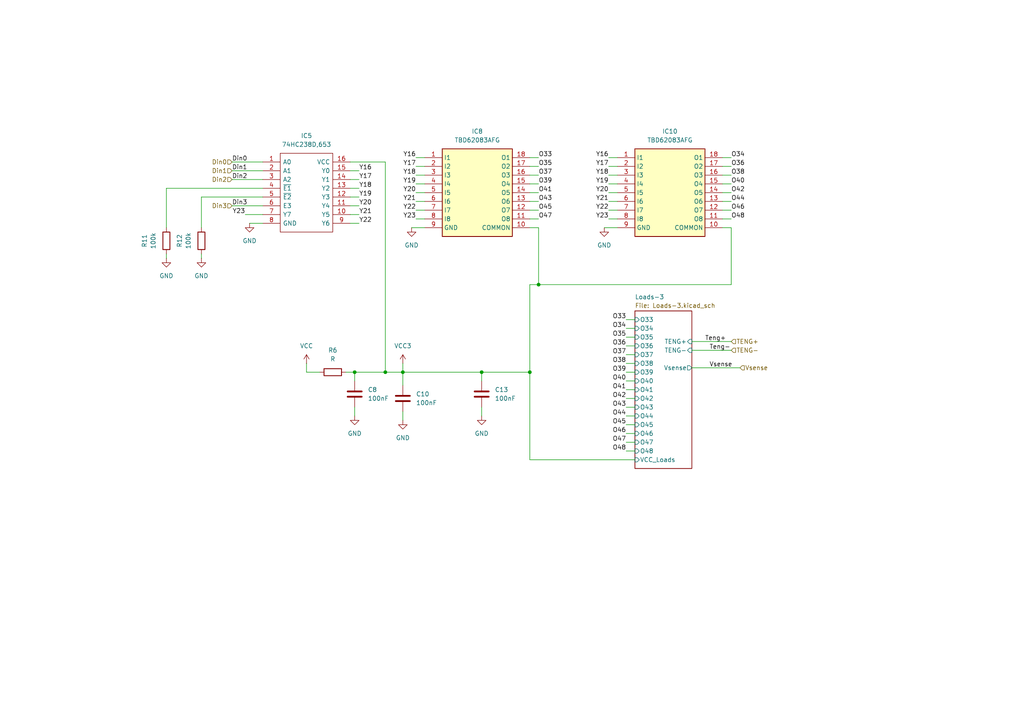
<source format=kicad_sch>
(kicad_sch (version 20231120) (generator "eeschema") (generator_version "8.0")
  (paper "A4")
  (lib_symbols
    (symbol "4xxx_IEEE:74HC238D,653" (pin_names (offset 0.762))
      (property "Reference" "IC" (at 21.59 7.62 0))
      (property "Value" "74HC238D,653" (at 21.59 5.08 0))
      (symbol "74HC238D,653_0_0"
        (pin passive line (at 0 0 0) (length 5.08) (name "A0") (number "1"))
        (pin passive line (at 25.4 -15.24 180) (length 5.08) (name "Y5") (number "10"))
        (pin passive line (at 25.4 -12.7 180) (length 5.08) (name "Y4") (number "11"))
        (pin passive line (at 25.4 -10.16 180) (length 5.08) (name "Y3") (number "12"))
        (pin passive line (at 25.4 -7.62 180) (length 5.08) (name "Y2") (number "13"))
        (pin passive line (at 25.4 -5.08 180) (length 5.08) (name "Y1") (number "14"))
        (pin passive line (at 25.4 -2.54 180) (length 5.08) (name "Y0") (number "15"))
        (pin passive line (at 25.4 0 180) (length 5.08) (name "VCC") (number "16"))
        (pin passive line (at 0 -2.54 0) (length 5.08) (name "A1") (number "2"))
        (pin passive line (at 0 -5.08 0) (length 5.08) (name "A2") (number "3"))
        (pin passive line (at 0 -7.62 0) (length 5.08) (name "~{E1}") (number "4"))
        (pin passive line (at 0 -10.16 0) (length 5.08) (name "~{E2}") (number "5"))
        (pin passive line (at 0 -12.7 0) (length 5.08) (name "E3") (number "6"))
        (pin passive line (at 0 -15.24 0) (length 5.08) (name "Y7") (number "7"))
        (pin passive line (at 0 -17.78 0) (length 5.08) (name "GND") (number "8"))
        (pin passive line (at 25.4 -17.78 180) (length 5.08) (name "Y6") (number "9"))
      )
      (symbol "74HC238D,653_0_1"
        (polyline (pts (xy 5.08 2.54) (xy 20.32 2.54) (xy 20.32 -20.32) (xy 5.08 -20.32) (xy 5.08 2.54)) (stroke (width 0.1524)))
      )
    )
    (symbol "Device:C" (pin_numbers hide) (pin_names (offset 0.254))
      (property "Reference" "C" (at 0.635 2.54 0))
      (property "Value" "C" (at 0.635 -2.54 0))
      (symbol "C_0_1"
        (polyline (pts (xy -2.032 -0.762) (xy 2.032 -0.762)) (stroke (width 0.508)))
        (polyline (pts (xy -2.032 0.762) (xy 2.032 0.762)) (stroke (width 0.508)))
      )
      (symbol "C_1_1"
        (pin passive line (at 0 3.81 270) (length 2.794) (name "~") (number "1"))
        (pin passive line (at 0 -3.81 90) (length 2.794) (name "~") (number "2"))
      )
    )
    (symbol "Device:R" (pin_numbers hide) (pin_names (offset 0))
      (property "Reference" "R" (at 2.032 0 90))
      (property "Value" "R" (at 0 0 90))
      (symbol "R_0_1"
        (rectangle (start -1.016 -2.54) (end 1.016 2.54) (stroke (width 0.254)))
      )
      (symbol "R_1_1"
        (pin passive line (at 0 3.81 270) (length 1.27) (name "~") (number "1"))
        (pin passive line (at 0 -3.81 90) (length 1.27) (name "~") (number "2"))
      )
    )
    (symbol "SamacSys_Parts:TD62083AFGNEL"
      (property "Reference" "IC" (at 26.67 7.62 0))
      (property "Value" "TD62083AFGNEL" (at 26.67 5.08 0))
      (symbol "TD62083AFGNEL_1_1"
        (rectangle (start 5.08 2.54) (end 25.4 -22.86) (stroke (width 0.254)) (fill (type background)))
        (pin passive line (at 0 0 0) (length 5.08) (name "I1") (number "1"))
        (pin passive line (at 30.48 -20.32 180) (length 5.08) (name "COMMON") (number "10"))
        (pin passive line (at 30.48 -17.78 180) (length 5.08) (name "O8") (number "11"))
        (pin passive line (at 30.48 -15.24 180) (length 5.08) (name "O7") (number "12"))
        (pin passive line (at 30.48 -12.7 180) (length 5.08) (name "O6") (number "13"))
        (pin passive line (at 30.48 -10.16 180) (length 5.08) (name "O5") (number "14"))
        (pin passive line (at 30.48 -7.62 180) (length 5.08) (name "O4") (number "15"))
        (pin passive line (at 30.48 -5.08 180) (length 5.08) (name "O3") (number "16"))
        (pin passive line (at 30.48 -2.54 180) (length 5.08) (name "O2") (number "17"))
        (pin passive line (at 30.48 0 180) (length 5.08) (name "O1") (number "18"))
        (pin passive line (at 0 -2.54 0) (length 5.08) (name "I2") (number "2"))
        (pin passive line (at 0 -5.08 0) (length 5.08) (name "I3") (number "3"))
        (pin passive line (at 0 -7.62 0) (length 5.08) (name "I4") (number "4"))
        (pin passive line (at 0 -10.16 0) (length 5.08) (name "I5") (number "5"))
        (pin passive line (at 0 -12.7 0) (length 5.08) (name "I6") (number "6"))
        (pin passive line (at 0 -15.24 0) (length 5.08) (name "I7") (number "7"))
        (pin passive line (at 0 -17.78 0) (length 5.08) (name "I8") (number "8"))
        (pin passive line (at 0 -20.32 0) (length 5.08) (name "GND") (number "9"))
      )
    )
    (symbol "power:GND" (power) (pin_numbers hide) (pin_names (offset 0) hide)
      (property "Value" "GND" (at 0 -3.81 0))
      (symbol "GND_0_1"
        (polyline (pts (xy 0 0) (xy 0 -1.27) (xy 1.27 -1.27) (xy 0 -2.54) (xy -1.27 -1.27) (xy 0 -1.27)))
      )
      (symbol "GND_1_1"
        (pin power_in line (at 0 0 270) (length 0) (name "~") (number "1"))
      )
    )
    (symbol "power:VCC" (power) (pin_numbers hide) (pin_names (offset 0) hide)
      (property "Value" "VCC" (at 0 3.556 0))
      (symbol "VCC_0_1"
        (polyline (pts (xy -0.762 1.27) (xy 0 2.54)))
        (polyline (pts (xy 0 0) (xy 0 2.54)))
        (polyline (pts (xy 0 2.54) (xy 0.762 1.27)))
      )
      (symbol "VCC_1_1"
        (pin power_in line (at 0 0 90) (length 0) (name "~") (number "1"))
      )
    )
  )
  (junction (at 102.87 107.95))
  (junction (at 116.84 107.95))
  (junction (at 153.67 107.95))
  (junction (at 139.7 107.95))
  (junction (at 156.21 82.55))
  (junction (at 111.76 107.95))
  (wire (pts (xy 181.61 130.81) (xy 184.15 130.81)))
  (wire (pts (xy 120.65 60.96) (xy 123.19 60.96)))
  (wire (pts (xy 181.61 118.11) (xy 184.15 118.11)))
  (wire (pts (xy 212.09 63.5) (xy 209.55 63.5)))
  (wire (pts (xy 153.67 82.55) (xy 156.21 82.55)))
  (wire (pts (xy 156.21 60.96) (xy 153.67 60.96)))
  (wire (pts (xy 120.65 58.42) (xy 123.19 58.42)))
  (wire (pts (xy 212.09 48.26) (xy 209.55 48.26)))
  (wire (pts (xy 58.42 74.93) (xy 58.42 73.66)))
  (wire (pts (xy 139.7 107.95) (xy 139.7 110.49)))
  (wire (pts (xy 76.2 64.77) (xy 72.39 64.77)))
  (wire (pts (xy 176.53 53.34) (xy 179.07 53.34)))
  (wire (pts (xy 104.14 64.77) (xy 101.6 64.77)))
  (wire (pts (xy 120.65 55.88) (xy 123.19 55.88)))
  (wire (pts (xy 181.61 95.25) (xy 184.15 95.25)))
  (wire (pts (xy 176.53 55.88) (xy 179.07 55.88)))
  (wire (pts (xy 104.14 57.15) (xy 101.6 57.15)))
  (wire (pts (xy 176.53 45.72) (xy 179.07 45.72)))
  (wire (pts (xy 212.09 66.04) (xy 212.09 82.55)))
  (wire (pts (xy 88.9 107.95) (xy 92.71 107.95)))
  (wire (pts (xy 156.21 58.42) (xy 153.67 58.42)))
  (wire (pts (xy 212.09 53.34) (xy 209.55 53.34)))
  (wire (pts (xy 116.84 107.95) (xy 116.84 111.76)))
  (wire (pts (xy 179.07 66.04) (xy 175.26 66.04)))
  (wire (pts (xy 176.53 48.26) (xy 179.07 48.26)))
  (wire (pts (xy 67.31 46.99) (xy 76.2 46.99)))
  (wire (pts (xy 100.33 107.95) (xy 102.87 107.95)))
  (wire (pts (xy 153.67 66.04) (xy 156.21 66.04)))
  (wire (pts (xy 104.14 54.61) (xy 101.6 54.61)))
  (wire (pts (xy 67.31 52.07) (xy 76.2 52.07)))
  (wire (pts (xy 102.87 107.95) (xy 102.87 110.49)))
  (wire (pts (xy 156.21 82.55) (xy 212.09 82.55)))
  (wire (pts (xy 181.61 107.95) (xy 184.15 107.95)))
  (wire (pts (xy 156.21 63.5) (xy 153.67 63.5)))
  (wire (pts (xy 181.61 128.27) (xy 184.15 128.27)))
  (wire (pts (xy 156.21 50.8) (xy 153.67 50.8)))
  (wire (pts (xy 176.53 58.42) (xy 179.07 58.42)))
  (wire (pts (xy 181.61 97.79) (xy 184.15 97.79)))
  (wire (pts (xy 156.21 55.88) (xy 153.67 55.88)))
  (wire (pts (xy 76.2 57.15) (xy 58.42 57.15)))
  (wire (pts (xy 102.87 120.65) (xy 102.87 118.11)))
  (wire (pts (xy 116.84 107.95) (xy 139.7 107.95)))
  (wire (pts (xy 102.87 107.95) (xy 111.76 107.95)))
  (wire (pts (xy 104.14 52.07) (xy 101.6 52.07)))
  (wire (pts (xy 212.09 58.42) (xy 209.55 58.42)))
  (wire (pts (xy 212.09 60.96) (xy 209.55 60.96)))
  (wire (pts (xy 156.21 66.04) (xy 156.21 82.55)))
  (wire (pts (xy 212.09 101.6) (xy 200.66 101.6)))
  (wire (pts (xy 212.09 45.72) (xy 209.55 45.72)))
  (wire (pts (xy 181.61 120.65) (xy 184.15 120.65)))
  (wire (pts (xy 181.61 110.49) (xy 184.15 110.49)))
  (wire (pts (xy 139.7 120.65) (xy 139.7 118.11)))
  (wire (pts (xy 212.09 50.8) (xy 209.55 50.8)))
  (wire (pts (xy 48.26 54.61) (xy 48.26 66.04)))
  (wire (pts (xy 104.14 62.23) (xy 101.6 62.23)))
  (wire (pts (xy 67.31 59.69) (xy 76.2 59.69)))
  (wire (pts (xy 181.61 113.03) (xy 184.15 113.03)))
  (wire (pts (xy 139.7 107.95) (xy 153.67 107.95)))
  (wire (pts (xy 200.66 99.06) (xy 212.09 99.06)))
  (wire (pts (xy 181.61 115.57) (xy 184.15 115.57)))
  (wire (pts (xy 181.61 92.71) (xy 184.15 92.71)))
  (wire (pts (xy 156.21 53.34) (xy 153.67 53.34)))
  (wire (pts (xy 88.9 105.41) (xy 88.9 107.95)))
  (wire (pts (xy 120.65 48.26) (xy 123.19 48.26)))
  (wire (pts (xy 209.55 66.04) (xy 212.09 66.04)))
  (wire (pts (xy 181.61 123.19) (xy 184.15 123.19)))
  (wire (pts (xy 101.6 46.99) (xy 111.76 46.99)))
  (wire (pts (xy 156.21 45.72) (xy 153.67 45.72)))
  (wire (pts (xy 76.2 54.61) (xy 48.26 54.61)))
  (wire (pts (xy 48.26 74.93) (xy 48.26 73.66)))
  (wire (pts (xy 104.14 59.69) (xy 101.6 59.69)))
  (wire (pts (xy 111.76 46.99) (xy 111.76 107.95)))
  (wire (pts (xy 120.65 63.5) (xy 123.19 63.5)))
  (wire (pts (xy 58.42 57.15) (xy 58.42 66.04)))
  (wire (pts (xy 181.61 105.41) (xy 184.15 105.41)))
  (wire (pts (xy 120.65 50.8) (xy 123.19 50.8)))
  (wire (pts (xy 153.67 133.35) (xy 153.67 107.95)))
  (wire (pts (xy 181.61 102.87) (xy 184.15 102.87)))
  (wire (pts (xy 71.12 62.23) (xy 76.2 62.23)))
  (wire (pts (xy 120.65 53.34) (xy 123.19 53.34)))
  (wire (pts (xy 111.76 107.95) (xy 116.84 107.95)))
  (wire (pts (xy 176.53 63.5) (xy 179.07 63.5)))
  (wire (pts (xy 67.31 49.53) (xy 76.2 49.53)))
  (wire (pts (xy 123.19 66.04) (xy 119.38 66.04)))
  (wire (pts (xy 104.14 49.53) (xy 101.6 49.53)))
  (wire (pts (xy 212.09 55.88) (xy 209.55 55.88)))
  (wire (pts (xy 181.61 125.73) (xy 184.15 125.73)))
  (wire (pts (xy 184.15 133.35) (xy 153.67 133.35)))
  (wire (pts (xy 153.67 107.95) (xy 153.67 82.55)))
  (wire (pts (xy 116.84 121.92) (xy 116.84 119.38)))
  (wire (pts (xy 156.21 48.26) (xy 153.67 48.26)))
  (wire (pts (xy 176.53 60.96) (xy 179.07 60.96)))
  (wire (pts (xy 181.61 100.33) (xy 184.15 100.33)))
  (wire (pts (xy 176.53 50.8) (xy 179.07 50.8)))
  (wire (pts (xy 116.84 105.41) (xy 116.84 107.95)))
  (wire (pts (xy 120.65 45.72) (xy 123.19 45.72)))
  (wire (pts (xy 200.66 106.68) (xy 214.63 106.68)))
  (label "Y17" (at 120.65 48.26 180))
  (label "O39" (at 181.61 107.95 180))
  (label "O38" (at 181.61 105.41 180))
  (label "Y18" (at 120.65 50.8 180))
  (label "Y21" (at 120.65 58.42 180))
  (label "Y23" (at 71.12 62.23 180))
  (label "Y22" (at 104.14 64.77 0))
  (label "O42" (at 212.09 55.88 0))
  (label "Teng+" (at 204.47 99.06 0))
  (label "Y20" (at 120.65 55.88 180))
  (label "Y23" (at 120.65 63.5 180))
  (label "Y22" (at 120.65 60.96 180))
  (label "O44" (at 212.09 58.42 0))
  (label "Y23" (at 176.53 63.5 180))
  (label "Din0" (at 67.31 46.99 0))
  (label "O47" (at 156.21 63.5 0))
  (label "O36" (at 181.61 100.33 180))
  (label "O41" (at 156.21 55.88 0))
  (label "O33" (at 156.21 45.72 0))
  (label "Teng-" (at 205.74 101.6 0))
  (label "O46" (at 181.61 125.73 180))
  (label "Y19" (at 120.65 53.34 180))
  (label "Y19" (at 104.14 57.15 0))
  (label "O34" (at 181.61 95.25 180))
  (label "O35" (at 156.21 48.26 0))
  (label "Y20" (at 176.53 55.88 180))
  (label "O42" (at 181.61 115.57 180))
  (label "Y21" (at 176.53 58.42 180))
  (label "O43" (at 156.21 58.42 0))
  (label "Y20" (at 104.14 59.69 0))
  (label "O41" (at 181.61 113.03 180))
  (label "Y19" (at 176.53 53.34 180))
  (label "O34" (at 212.09 45.72 0))
  (label "Din1" (at 67.31 49.53 0))
  (label "O40" (at 181.61 110.49 180))
  (label "Y21" (at 104.14 62.23 0))
  (label "Y17" (at 176.53 48.26 180))
  (label "O46" (at 212.09 60.96 0))
  (label "Y18" (at 104.14 54.61 0))
  (label "O44" (at 181.61 120.65 180))
  (label "Vsense" (at 205.74 106.68 0))
  (label "Y22" (at 176.53 60.96 180))
  (label "O38" (at 212.09 50.8 0))
  (label "O47" (at 181.61 128.27 180))
  (label "Y16" (at 104.14 49.53 0))
  (label "O36" (at 212.09 48.26 0))
  (label "O33" (at 181.61 92.71 180))
  (label "Y16" (at 120.65 45.72 180))
  (label "Y17" (at 104.14 52.07 0))
  (label "O43" (at 181.61 118.11 180))
  (label "Din2" (at 67.31 52.07 0))
  (label "O39" (at 156.21 53.34 0))
  (label "Din3" (at 67.31 59.69 0))
  (label "Y18" (at 176.53 50.8 180))
  (label "O37" (at 156.21 50.8 0))
  (label "O48" (at 212.09 63.5 0))
  (label "O45" (at 156.21 60.96 0))
  (label "O45" (at 181.61 123.19 180))
  (label "O37" (at 181.61 102.87 180))
  (label "Y16" (at 176.53 45.72 180))
  (label "O35" (at 181.61 97.79 180))
  (label "O48" (at 181.61 130.81 180))
  (label "O40" (at 212.09 53.34 0))
  (hierarchical_label "Din0" (shape input) (at 67.31 46.99 180))
  (hierarchical_label "Din1" (shape input) (at 67.31 49.53 180))
  (hierarchical_label "TENG-" (shape input) (at 212.09 101.6 0))
  (hierarchical_label "TENG+" (shape input) (at 212.09 99.06 0))
  (hierarchical_label "Din3" (shape input) (at 67.31 59.69 180))
  (hierarchical_label "Vsense" (shape input) (at 214.63 106.68 0))
  (hierarchical_label "Din2" (shape input) (at 67.31 52.07 180))
  (symbol (lib_id "power:GND") (at 48.26 74.93 0) (unit 1)
    (property "Reference" "#PWR08" (effects (hide yes)))
    (property "Value" "GND" (at 48.26 80.01 0))
    (property "Description" "Power symbol creates a global label with name \"GND\" , ground" (effects (hide yes)))
  )
  (symbol (lib_id "power:GND") (at 175.26 66.04 0) (unit 1)
    (property "Reference" "#PWR055" (effects (hide yes)))
    (property "Value" "GND" (at 175.26 71.12 0))
    (property "Description" "Power symbol creates a global label with name \"GND\" , ground" (effects (hide yes)))
  )
  (symbol (lib_id "power:VCC") (at 88.9 105.41 0) (unit 1)
    (property "Reference" "#PWR093" (effects (hide yes)))
    (property "Value" "VCC" (at 88.9 100.33 0))
    (property "Description" "Power symbol creates a global label with name \"VCC\"" (effects (hide yes)))
  )
  (symbol (lib_id "power:GND") (at 116.84 121.92 0) (unit 1)
    (property "Reference" "#PWR087" (effects (hide yes)))
    (property "Value" "GND" (at 116.84 127 0))
    (property "Description" "Power symbol creates a global label with name \"GND\" , ground" (effects (hide yes)))
  )
  (symbol (lib_id "Device:R") (at 48.26 69.85 0) (mirror y) (unit 1)
    (property "Reference" "R11" (at 41.91 69.85 90))
    (property "Value" "100k" (at 44.45 69.85 90))
    (property "Footprint" "Resistor_SMD:R_0805_2012Metric" (effects (hide yes)))
    (property "Description" "Resistor" (effects (hide yes)))
  )
  (symbol (lib_id "power:GND") (at 119.38 66.04 0) (unit 1)
    (property "Reference" "#PWR053" (effects (hide yes)))
    (property "Value" "GND" (at 119.38 71.12 0))
    (property "Description" "Power symbol creates a global label with name \"GND\" , ground" (effects (hide yes)))
  )
  (symbol (lib_id "SamacSys_Parts:TD62083AFGNEL") (at 179.07 45.72 0) (unit 1)
    (property "Reference" "IC10" (at 194.31 38.1 0))
    (property "Value" "TBD62083AFG" (at 194.31 40.64 0))
    (property "Footprint" "SamacSys_Parts:SOIC127P1030X245-18N" (effects (hide yes)))
    (property "Datasheet" "https://www.mouser.es/datasheet/2/408/TBD62083AFG_datasheet_en_20160511-769676.pdf" (effects (hide yes)))
    (property "Description" "Gate Drivers" (effects (hide yes)))
    (property "Height" "2.45" (effects (hide yes)))
    (property "Manufacturer_Name" "Toshiba" (effects (hide yes)))
    (property "Manufacturer_Part_Number" "TD62083AFGNEL" (effects (hide yes)))
    (property "Mouser Part Number" "N/A" (effects (hide yes)))
    (property "Mouser Price/Stock" "https://www.mouser.co.uk/ProductDetail/Toshiba/TD62083AFGNEL?qs=ZjcfeKH2FJO2XkKSOSlUdg%3D%3D" (effects (hide yes)))
  )
  (symbol (lib_id "Device:C") (at 102.87 114.3 0) (unit 1)
    (property "Reference" "C8" (at 106.68 113.0299 0) (effects (justify left)))
    (property "Value" "100nF" (at 106.68 115.5699 0) (effects (justify left)))
    (property "Footprint" "Capacitor_SMD:C_0805_2012Metric" (effects (hide yes)))
    (property "Description" "Unpolarized capacitor" (effects (hide yes)))
  )
  (symbol (lib_id "power:GND") (at 58.42 74.93 0) (unit 1)
    (property "Reference" "#PWR09" (effects (hide yes)))
    (property "Value" "GND" (at 58.42 80.01 0))
    (property "Description" "Power symbol creates a global label with name \"GND\" , ground" (effects (hide yes)))
  )
  (symbol (lib_id "Device:R") (at 96.52 107.95 270) (mirror x) (unit 1)
    (property "Reference" "R6" (at 96.52 101.6 90))
    (property "Value" "R" (at 96.52 104.14 90))
    (property "Footprint" "Resistor_SMD:R_0805_2012Metric" (effects (hide yes)))
    (property "Description" "Resistor" (effects (hide yes)))
  )
  (symbol (lib_id "power:GND") (at 102.87 120.65 0) (unit 1)
    (property "Reference" "#PWR052" (effects (hide yes)))
    (property "Value" "GND" (at 102.87 125.73 0))
    (property "Description" "Power symbol creates a global label with name \"GND\" , ground" (effects (hide yes)))
  )
  (symbol (lib_id "power:GND") (at 72.39 64.77 0) (unit 1)
    (property "Reference" "#PWR047" (effects (hide yes)))
    (property "Value" "GND" (at 72.39 69.85 0))
    (property "Description" "Power symbol creates a global label with name \"GND\" , ground" (effects (hide yes)))
  )
  (symbol (lib_id "4xxx_IEEE:74HC238D,653") (at 76.2 46.99 0) (unit 1)
    (property "Reference" "IC5" (at 88.9 39.37 0))
    (property "Value" "74HC238D,653" (at 88.9 41.91 0))
    (property "Footprint" "Library:74HC238D653" (effects (hide yes)))
    (property "Datasheet" "https://assets.nexperia.com/documents/data-sheet/74HC_HCT238.pdf" (effects (hide yes)))
    (property "Description" "74HC(T)238 - 3-to-8 line decoder/demultiplexer@en-us" (effects (hide yes)))
    (property "Height" "1.75" (effects (hide yes)))
    (property "Manufacturer_Name" "Nexperia" (effects (hide yes)))
    (property "Manufacturer_Part_Number" "74HC238D,653" (effects (hide yes)))
    (property "Mouser Part Number" "771-74HC238D-T" (effects (hide yes)))
    (property "Mouser Price/Stock" "https://www.mouser.co.uk/ProductDetail/Nexperia/74HC238D653?qs=P62ublwmbi8dvjtlyD3gOA%3D%3D" (effects (hide yes)))
    (property "Arrow Part Number" "MC74VHC138DR2G" (effects (hide yes)))
    (property "Arrow Price/Stock" "https://www.arrow.com/en/products/mc74vhc138dr2g/on-semiconductor?region=nac" (effects (hide yes)))
    (property "Description_1" "74HC(T)238 - 3-to-8 line decoder/demultiplexer@en-us" (effects (hide yes)))
  )
  (symbol (lib_id "Device:C") (at 139.7 114.3 0) (unit 1)
    (property "Reference" "C13" (at 143.51 113.0299 0) (effects (justify left)))
    (property "Value" "100nF" (at 143.51 115.5699 0) (effects (justify left)))
    (property "Footprint" "Capacitor_SMD:C_0805_2012Metric" (effects (hide yes)))
    (property "Description" "Unpolarized capacitor" (effects (hide yes)))
  )
  (symbol (lib_id "power:VCC") (at 116.84 105.41 0) (unit 1)
    (property "Reference" "#PWR095" (effects (hide yes)))
    (property "Value" "VCC3" (at 116.84 100.33 0))
    (property "Description" "Power symbol creates a global label with name \"VCC\"" (effects (hide yes)))
  )
  (symbol (lib_id "Device:C") (at 116.84 115.57 0) (unit 1)
    (property "Reference" "C10" (at 120.65 114.2999 0) (effects (justify left)))
    (property "Value" "100nF" (at 120.65 116.8399 0) (effects (justify left)))
    (property "Footprint" "Capacitor_SMD:C_0805_2012Metric" (effects (hide yes)))
    (property "Description" "Unpolarized capacitor" (effects (hide yes)))
  )
  (symbol (lib_id "Device:R") (at 58.42 69.85 0) (mirror y) (unit 1)
    (property "Reference" "R12" (at 52.07 69.85 90))
    (property "Value" "100k" (at 54.61 69.85 90))
    (property "Footprint" "Resistor_SMD:R_0805_2012Metric" (effects (hide yes)))
    (property "Description" "Resistor" (effects (hide yes)))
  )
  (symbol (lib_id "SamacSys_Parts:TD62083AFGNEL") (at 123.19 45.72 0) (unit 1)
    (property "Reference" "IC8" (at 138.43 38.1 0))
    (property "Value" "TBD62083AFG" (at 138.43 40.64 0))
    (property "Footprint" "SamacSys_Parts:SOIC127P1030X245-18N" (effects (hide yes)))
    (property "Datasheet" "https://www.mouser.es/datasheet/2/408/TBD62083AFG_datasheet_en_20160511-769676.pdf" (effects (hide yes)))
    (property "Description" "Gate Drivers" (effects (hide yes)))
    (property "Height" "2.45" (effects (hide yes)))
    (property "Manufacturer_Name" "Toshiba" (effects (hide yes)))
    (property "Manufacturer_Part_Number" "TD62083AFGNEL" (effects (hide yes)))
    (property "Mouser Part Number" "N/A" (effects (hide yes)))
    (property "Mouser Price/Stock" "https://www.mouser.co.uk/ProductDetail/Toshiba/TD62083AFGNEL?qs=ZjcfeKH2FJO2XkKSOSlUdg%3D%3D" (effects (hide yes)))
  )
  (symbol (lib_id "power:GND") (at 139.7 120.65 0) (unit 1)
    (property "Reference" "#PWR091" (effects (hide yes)))
    (property "Value" "GND" (at 139.7 125.73 0))
    (property "Description" "Power symbol creates a global label with name \"GND\" , ground" (effects (hide yes)))
  )
  (sheet (at 184.15 90.17) (size 16.51 45.72) (stroke (width 0.1524))
    (property "Sheetname" "Loads-3" (at 184.15 86.868 0) (effects (justify left bottom)))
    (property "Sheetfile" "Loads-3.kicad_sch" (at 184.15 87.884 0) (effects (justify left top)))
    (pin "TENG-" input (at 200.66 101.6 0))
    (pin "Vsense" output (at 200.66 106.68 0))
    (pin "TENG+" input (at 200.66 99.06 0))
    (pin "O36" input (at 184.15 100.33 180))
    (pin "O37" input (at 184.15 102.87 180))
    (pin "O38" input (at 184.15 105.41 180))
    (pin "O39" input (at 184.15 107.95 180))
    (pin "O40" input (at 184.15 110.49 180))
    (pin "O41" input (at 184.15 113.03 180))
    (pin "O42" input (at 184.15 115.57 180))
    (pin "O35" input (at 184.15 97.79 180))
    (pin "O33" input (at 184.15 92.71 180))
    (pin "O34" input (at 184.15 95.25 180))
    (pin "O47" input (at 184.15 128.27 180))
    (pin "O48" input (at 184.15 130.81 180))
    (pin "O46" input (at 184.15 125.73 180))
    (pin "O44" input (at 184.15 120.65 180))
    (pin "O43" input (at 184.15 118.11 180))
    (pin "O45" input (at 184.15 123.19 180))
    (pin "VCC_Loads" input (at 184.15 133.35 180))
  )
)
</source>
